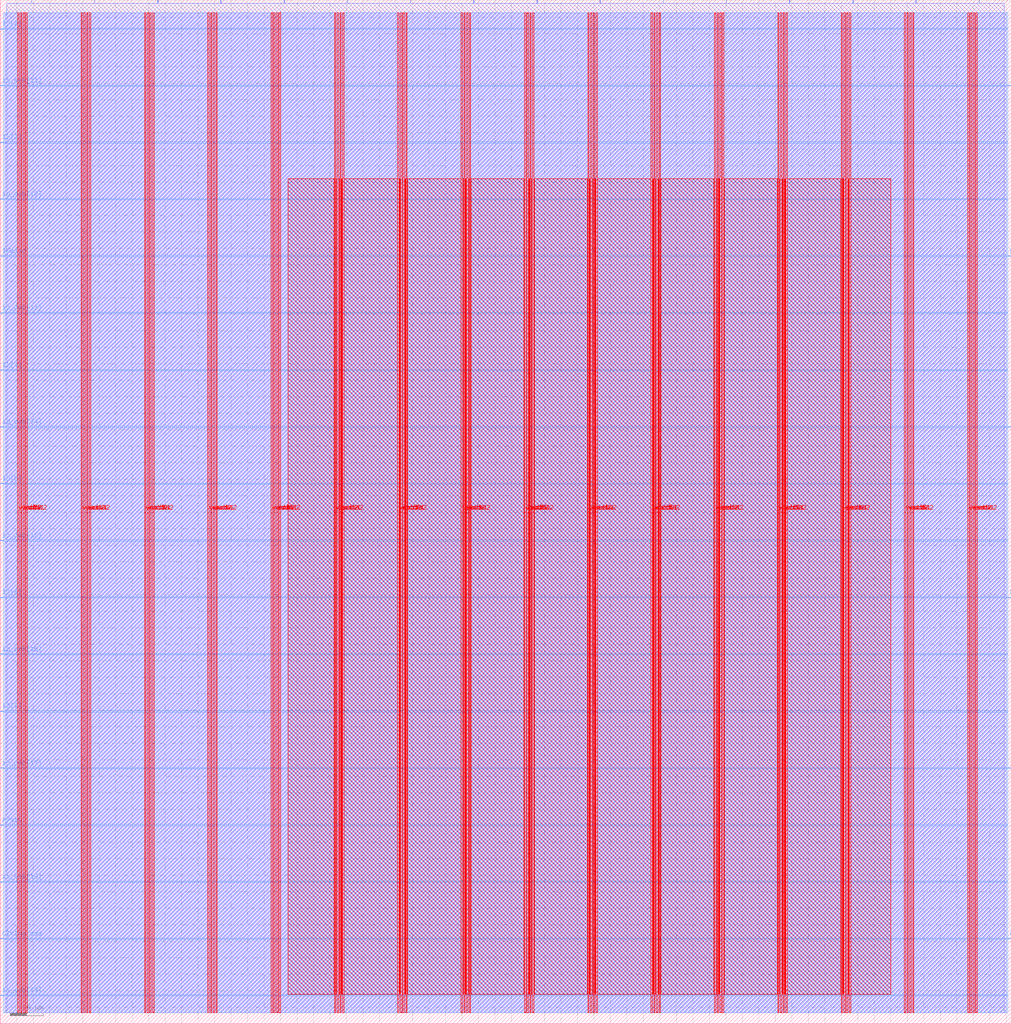
<source format=lef>
VERSION 5.7 ;
  NOWIREEXTENSIONATPIN ON ;
  DIVIDERCHAR "/" ;
  BUSBITCHARS "[]" ;
MACRO stc0_core
  CLASS BLOCK ;
  FOREIGN stc0_core ;
  ORIGIN 0.000 0.000 ;
  SIZE 1226.015 BY 1241.135 ;
  PIN ARstb
    DIRECTION INPUT ;
    USE SIGNAL ;
    PORT
      LAYER met3 ;
        RECT 0.000 240.570 4.000 241.170 ;
    END
  END ARstb
  PIN ClkIngress
    DIRECTION INPUT ;
    USE SIGNAL ;
    PORT
      LAYER met3 ;
        RECT 0.000 102.930 4.000 103.530 ;
    END
  END ClkIngress
  PIN ED[0]
    DIRECTION OUTPUT TRISTATE ;
    USE SIGNAL ;
    PORT
      LAYER met3 ;
        RECT 1222.015 930.250 1226.015 930.850 ;
    END
  END ED[0]
  PIN ED[1]
    DIRECTION OUTPUT TRISTATE ;
    USE SIGNAL ;
    PORT
      LAYER met3 ;
        RECT 1222.015 516.590 1226.015 517.190 ;
    END
  END ED[1]
  PIN ED[2]
    DIRECTION OUTPUT TRISTATE ;
    USE SIGNAL ;
    PORT
      LAYER met3 ;
        RECT 1222.015 102.930 1226.015 103.530 ;
    END
  END ED[2]
  PIN ED[3]
    DIRECTION OUTPUT TRISTATE ;
    USE SIGNAL ;
    PORT
      LAYER met2 ;
        RECT 1110.340 1237.135 1110.620 1241.135 ;
    END
  END ED[3]
  PIN ED[4]
    DIRECTION OUTPUT TRISTATE ;
    USE SIGNAL ;
    PORT
      LAYER met2 ;
        RECT 804.100 1237.135 804.380 1241.135 ;
    END
  END ED[4]
  PIN ED[5]
    DIRECTION OUTPUT TRISTATE ;
    USE SIGNAL ;
    PORT
      LAYER met2 ;
        RECT 650.980 1237.135 651.260 1241.135 ;
    END
  END ED[5]
  PIN ED[6]
    DIRECTION OUTPUT TRISTATE ;
    USE SIGNAL ;
    PORT
      LAYER met2 ;
        RECT 497.380 1237.135 497.660 1241.135 ;
    END
  END ED[6]
  PIN ED[7]
    DIRECTION OUTPUT TRISTATE ;
    USE SIGNAL ;
    PORT
      LAYER met2 ;
        RECT 344.260 1237.135 344.540 1241.135 ;
    END
  END ED[7]
  PIN EValid
    DIRECTION OUTPUT TRISTATE ;
    USE SIGNAL ;
    PORT
      LAYER met2 ;
        RECT 957.220 1237.135 957.500 1241.135 ;
    END
  END EValid
  PIN ID[0]
    DIRECTION INPUT ;
    USE SIGNAL ;
    PORT
      LAYER met2 ;
        RECT 191.140 1237.135 191.420 1241.135 ;
    END
  END ID[0]
  PIN ID[1]
    DIRECTION INPUT ;
    USE SIGNAL ;
    PORT
      LAYER met2 ;
        RECT 38.020 1237.135 38.300 1241.135 ;
    END
  END ID[1]
  PIN ID[2]
    DIRECTION INPUT ;
    USE SIGNAL ;
    PORT
      LAYER met3 ;
        RECT 0.000 1205.530 4.000 1206.130 ;
    END
  END ID[2]
  PIN ID[3]
    DIRECTION INPUT ;
    USE SIGNAL ;
    PORT
      LAYER met3 ;
        RECT 0.000 1067.890 4.000 1068.490 ;
    END
  END ID[3]
  PIN ID[4]
    DIRECTION INPUT ;
    USE SIGNAL ;
    PORT
      LAYER met3 ;
        RECT 0.000 791.870 4.000 792.470 ;
    END
  END ID[4]
  PIN ID[5]
    DIRECTION INPUT ;
    USE SIGNAL ;
    PORT
      LAYER met3 ;
        RECT 0.000 654.230 4.000 654.830 ;
    END
  END ID[5]
  PIN ID[6]
    DIRECTION INPUT ;
    USE SIGNAL ;
    PORT
      LAYER met3 ;
        RECT 0.000 516.590 4.000 517.190 ;
    END
  END ID[6]
  PIN ID[7]
    DIRECTION INPUT ;
    USE SIGNAL ;
    PORT
      LAYER met3 ;
        RECT 0.000 378.210 4.000 378.810 ;
    END
  END ID[7]
  PIN IValid
    DIRECTION INPUT ;
    USE SIGNAL ;
    PORT
      LAYER met3 ;
        RECT 0.000 930.250 4.000 930.850 ;
    END
  END IValid
  PIN io_oeb[0]
    DIRECTION OUTPUT TRISTATE ;
    USE SIGNAL ;
    PORT
      LAYER met3 ;
        RECT 1222.015 1136.710 1226.015 1137.310 ;
    END
  END io_oeb[0]
  PIN io_oeb[10]
    DIRECTION OUTPUT TRISTATE ;
    USE SIGNAL ;
    PORT
      LAYER met2 ;
        RECT 114.340 1237.135 114.620 1241.135 ;
    END
  END io_oeb[10]
  PIN io_oeb[11]
    DIRECTION OUTPUT TRISTATE ;
    USE SIGNAL ;
    PORT
      LAYER met3 ;
        RECT 0.000 1136.710 4.000 1137.310 ;
    END
  END io_oeb[11]
  PIN io_oeb[12]
    DIRECTION OUTPUT TRISTATE ;
    USE SIGNAL ;
    PORT
      LAYER met3 ;
        RECT 0.000 999.070 4.000 999.670 ;
    END
  END io_oeb[12]
  PIN io_oeb[13]
    DIRECTION OUTPUT TRISTATE ;
    USE SIGNAL ;
    PORT
      LAYER met3 ;
        RECT 0.000 861.430 4.000 862.030 ;
    END
  END io_oeb[13]
  PIN io_oeb[14]
    DIRECTION OUTPUT TRISTATE ;
    USE SIGNAL ;
    PORT
      LAYER met3 ;
        RECT 0.000 723.050 4.000 723.650 ;
    END
  END io_oeb[14]
  PIN io_oeb[15]
    DIRECTION OUTPUT TRISTATE ;
    USE SIGNAL ;
    PORT
      LAYER met3 ;
        RECT 0.000 585.410 4.000 586.010 ;
    END
  END io_oeb[15]
  PIN io_oeb[16]
    DIRECTION OUTPUT TRISTATE ;
    USE SIGNAL ;
    PORT
      LAYER met3 ;
        RECT 0.000 447.770 4.000 448.370 ;
    END
  END io_oeb[16]
  PIN io_oeb[17]
    DIRECTION OUTPUT TRISTATE ;
    USE SIGNAL ;
    PORT
      LAYER met3 ;
        RECT 0.000 309.390 4.000 309.990 ;
    END
  END io_oeb[17]
  PIN io_oeb[18]
    DIRECTION OUTPUT TRISTATE ;
    USE SIGNAL ;
    PORT
      LAYER met3 ;
        RECT 0.000 171.750 4.000 172.350 ;
    END
  END io_oeb[18]
  PIN io_oeb[19]
    DIRECTION OUTPUT TRISTATE ;
    USE SIGNAL ;
    PORT
      LAYER met3 ;
        RECT 0.000 34.110 4.000 34.710 ;
    END
  END io_oeb[19]
  PIN io_oeb[1]
    DIRECTION OUTPUT TRISTATE ;
    USE SIGNAL ;
    PORT
      LAYER met3 ;
        RECT 1222.015 723.050 1226.015 723.650 ;
    END
  END io_oeb[1]
  PIN io_oeb[2]
    DIRECTION OUTPUT TRISTATE ;
    USE SIGNAL ;
    PORT
      LAYER met3 ;
        RECT 1222.015 309.390 1226.015 309.990 ;
    END
  END io_oeb[2]
  PIN io_oeb[3]
    DIRECTION OUTPUT TRISTATE ;
    USE SIGNAL ;
    PORT
      LAYER met2 ;
        RECT 1187.140 1237.135 1187.420 1241.135 ;
    END
  END io_oeb[3]
  PIN io_oeb[4]
    DIRECTION OUTPUT TRISTATE ;
    USE SIGNAL ;
    PORT
      LAYER met2 ;
        RECT 1034.020 1237.135 1034.300 1241.135 ;
    END
  END io_oeb[4]
  PIN io_oeb[5]
    DIRECTION OUTPUT TRISTATE ;
    USE SIGNAL ;
    PORT
      LAYER met2 ;
        RECT 880.420 1237.135 880.700 1241.135 ;
    END
  END io_oeb[5]
  PIN io_oeb[6]
    DIRECTION OUTPUT TRISTATE ;
    USE SIGNAL ;
    PORT
      LAYER met2 ;
        RECT 727.300 1237.135 727.580 1241.135 ;
    END
  END io_oeb[6]
  PIN io_oeb[7]
    DIRECTION OUTPUT TRISTATE ;
    USE SIGNAL ;
    PORT
      LAYER met2 ;
        RECT 574.180 1237.135 574.460 1241.135 ;
    END
  END io_oeb[7]
  PIN io_oeb[8]
    DIRECTION OUTPUT TRISTATE ;
    USE SIGNAL ;
    PORT
      LAYER met2 ;
        RECT 421.060 1237.135 421.340 1241.135 ;
    END
  END io_oeb[8]
  PIN io_oeb[9]
    DIRECTION OUTPUT TRISTATE ;
    USE SIGNAL ;
    PORT
      LAYER met2 ;
        RECT 267.460 1237.135 267.740 1241.135 ;
    END
  END io_oeb[9]
  PIN vccd1
    DIRECTION INOUT ;
    USE POWER ;
    PORT
      LAYER met4 ;
        RECT 1096.480 13.080 1098.080 1225.680 ;
    END
  END vccd1
  PIN vccd1
    DIRECTION INOUT ;
    USE POWER ;
    PORT
      LAYER met4 ;
        RECT 942.880 13.080 944.480 1225.680 ;
    END
  END vccd1
  PIN vccd1
    DIRECTION INOUT ;
    USE POWER ;
    PORT
      LAYER met4 ;
        RECT 789.280 13.080 790.880 1225.680 ;
    END
  END vccd1
  PIN vccd1
    DIRECTION INOUT ;
    USE POWER ;
    PORT
      LAYER met4 ;
        RECT 635.680 13.080 637.280 1225.680 ;
    END
  END vccd1
  PIN vccd1
    DIRECTION INOUT ;
    USE POWER ;
    PORT
      LAYER met4 ;
        RECT 482.080 13.080 483.680 1225.680 ;
    END
  END vccd1
  PIN vccd1
    DIRECTION INOUT ;
    USE POWER ;
    PORT
      LAYER met4 ;
        RECT 328.480 13.080 330.080 1225.680 ;
    END
  END vccd1
  PIN vccd1
    DIRECTION INOUT ;
    USE POWER ;
    PORT
      LAYER met4 ;
        RECT 174.880 13.080 176.480 1225.680 ;
    END
  END vccd1
  PIN vccd1
    DIRECTION INOUT ;
    USE POWER ;
    PORT
      LAYER met4 ;
        RECT 21.280 13.080 22.880 1225.680 ;
    END
  END vccd1
  PIN vssd1
    DIRECTION INOUT ;
    USE GROUND ;
    PORT
      LAYER met4 ;
        RECT 1173.280 13.080 1174.880 1225.680 ;
    END
  END vssd1
  PIN vssd1
    DIRECTION INOUT ;
    USE GROUND ;
    PORT
      LAYER met4 ;
        RECT 1019.680 13.080 1021.280 1225.680 ;
    END
  END vssd1
  PIN vssd1
    DIRECTION INOUT ;
    USE GROUND ;
    PORT
      LAYER met4 ;
        RECT 866.080 13.080 867.680 1225.680 ;
    END
  END vssd1
  PIN vssd1
    DIRECTION INOUT ;
    USE GROUND ;
    PORT
      LAYER met4 ;
        RECT 712.480 13.080 714.080 1225.680 ;
    END
  END vssd1
  PIN vssd1
    DIRECTION INOUT ;
    USE GROUND ;
    PORT
      LAYER met4 ;
        RECT 558.880 13.080 560.480 1225.680 ;
    END
  END vssd1
  PIN vssd1
    DIRECTION INOUT ;
    USE GROUND ;
    PORT
      LAYER met4 ;
        RECT 405.280 13.080 406.880 1225.680 ;
    END
  END vssd1
  PIN vssd1
    DIRECTION INOUT ;
    USE GROUND ;
    PORT
      LAYER met4 ;
        RECT 251.680 13.080 253.280 1225.680 ;
    END
  END vssd1
  PIN vssd1
    DIRECTION INOUT ;
    USE GROUND ;
    PORT
      LAYER met4 ;
        RECT 98.080 13.080 99.680 1225.680 ;
    END
  END vssd1
  PIN vccd2
    DIRECTION INOUT ;
    USE POWER ;
    PORT
      LAYER met4 ;
        RECT 1099.780 13.320 1101.380 1225.440 ;
    END
  END vccd2
  PIN vccd2
    DIRECTION INOUT ;
    USE POWER ;
    PORT
      LAYER met4 ;
        RECT 946.180 13.320 947.780 1225.440 ;
    END
  END vccd2
  PIN vccd2
    DIRECTION INOUT ;
    USE POWER ;
    PORT
      LAYER met4 ;
        RECT 792.580 13.320 794.180 1225.440 ;
    END
  END vccd2
  PIN vccd2
    DIRECTION INOUT ;
    USE POWER ;
    PORT
      LAYER met4 ;
        RECT 638.980 13.320 640.580 1225.440 ;
    END
  END vccd2
  PIN vccd2
    DIRECTION INOUT ;
    USE POWER ;
    PORT
      LAYER met4 ;
        RECT 485.380 13.320 486.980 1225.440 ;
    END
  END vccd2
  PIN vccd2
    DIRECTION INOUT ;
    USE POWER ;
    PORT
      LAYER met4 ;
        RECT 331.780 13.320 333.380 1225.440 ;
    END
  END vccd2
  PIN vccd2
    DIRECTION INOUT ;
    USE POWER ;
    PORT
      LAYER met4 ;
        RECT 178.180 13.320 179.780 1225.440 ;
    END
  END vccd2
  PIN vccd2
    DIRECTION INOUT ;
    USE POWER ;
    PORT
      LAYER met4 ;
        RECT 24.580 13.320 26.180 1225.440 ;
    END
  END vccd2
  PIN vssd2
    DIRECTION INOUT ;
    USE GROUND ;
    PORT
      LAYER met4 ;
        RECT 1176.580 13.320 1178.180 1225.440 ;
    END
  END vssd2
  PIN vssd2
    DIRECTION INOUT ;
    USE GROUND ;
    PORT
      LAYER met4 ;
        RECT 1022.980 13.320 1024.580 1225.440 ;
    END
  END vssd2
  PIN vssd2
    DIRECTION INOUT ;
    USE GROUND ;
    PORT
      LAYER met4 ;
        RECT 869.380 13.320 870.980 1225.440 ;
    END
  END vssd2
  PIN vssd2
    DIRECTION INOUT ;
    USE GROUND ;
    PORT
      LAYER met4 ;
        RECT 715.780 13.320 717.380 1225.440 ;
    END
  END vssd2
  PIN vssd2
    DIRECTION INOUT ;
    USE GROUND ;
    PORT
      LAYER met4 ;
        RECT 562.180 13.320 563.780 1225.440 ;
    END
  END vssd2
  PIN vssd2
    DIRECTION INOUT ;
    USE GROUND ;
    PORT
      LAYER met4 ;
        RECT 408.580 13.320 410.180 1225.440 ;
    END
  END vssd2
  PIN vssd2
    DIRECTION INOUT ;
    USE GROUND ;
    PORT
      LAYER met4 ;
        RECT 254.980 13.320 256.580 1225.440 ;
    END
  END vssd2
  PIN vssd2
    DIRECTION INOUT ;
    USE GROUND ;
    PORT
      LAYER met4 ;
        RECT 101.380 13.320 102.980 1225.440 ;
    END
  END vssd2
  PIN vdda1
    DIRECTION INOUT ;
    USE POWER ;
    PORT
      LAYER met4 ;
        RECT 1103.080 13.320 1104.680 1225.440 ;
    END
  END vdda1
  PIN vdda1
    DIRECTION INOUT ;
    USE POWER ;
    PORT
      LAYER met4 ;
        RECT 949.480 13.320 951.080 1225.440 ;
    END
  END vdda1
  PIN vdda1
    DIRECTION INOUT ;
    USE POWER ;
    PORT
      LAYER met4 ;
        RECT 795.880 13.320 797.480 1225.440 ;
    END
  END vdda1
  PIN vdda1
    DIRECTION INOUT ;
    USE POWER ;
    PORT
      LAYER met4 ;
        RECT 642.280 13.320 643.880 1225.440 ;
    END
  END vdda1
  PIN vdda1
    DIRECTION INOUT ;
    USE POWER ;
    PORT
      LAYER met4 ;
        RECT 488.680 13.320 490.280 1225.440 ;
    END
  END vdda1
  PIN vdda1
    DIRECTION INOUT ;
    USE POWER ;
    PORT
      LAYER met4 ;
        RECT 335.080 13.320 336.680 1225.440 ;
    END
  END vdda1
  PIN vdda1
    DIRECTION INOUT ;
    USE POWER ;
    PORT
      LAYER met4 ;
        RECT 181.480 13.320 183.080 1225.440 ;
    END
  END vdda1
  PIN vdda1
    DIRECTION INOUT ;
    USE POWER ;
    PORT
      LAYER met4 ;
        RECT 27.880 13.320 29.480 1225.440 ;
    END
  END vdda1
  PIN vssa1
    DIRECTION INOUT ;
    USE GROUND ;
    PORT
      LAYER met4 ;
        RECT 1179.880 13.320 1181.480 1225.440 ;
    END
  END vssa1
  PIN vssa1
    DIRECTION INOUT ;
    USE GROUND ;
    PORT
      LAYER met4 ;
        RECT 1026.280 13.320 1027.880 1225.440 ;
    END
  END vssa1
  PIN vssa1
    DIRECTION INOUT ;
    USE GROUND ;
    PORT
      LAYER met4 ;
        RECT 872.680 13.320 874.280 1225.440 ;
    END
  END vssa1
  PIN vssa1
    DIRECTION INOUT ;
    USE GROUND ;
    PORT
      LAYER met4 ;
        RECT 719.080 13.320 720.680 1225.440 ;
    END
  END vssa1
  PIN vssa1
    DIRECTION INOUT ;
    USE GROUND ;
    PORT
      LAYER met4 ;
        RECT 565.480 13.320 567.080 1225.440 ;
    END
  END vssa1
  PIN vssa1
    DIRECTION INOUT ;
    USE GROUND ;
    PORT
      LAYER met4 ;
        RECT 411.880 13.320 413.480 1225.440 ;
    END
  END vssa1
  PIN vssa1
    DIRECTION INOUT ;
    USE GROUND ;
    PORT
      LAYER met4 ;
        RECT 258.280 13.320 259.880 1225.440 ;
    END
  END vssa1
  PIN vssa1
    DIRECTION INOUT ;
    USE GROUND ;
    PORT
      LAYER met4 ;
        RECT 104.680 13.320 106.280 1225.440 ;
    END
  END vssa1
  PIN vdda2
    DIRECTION INOUT ;
    USE POWER ;
    PORT
      LAYER met4 ;
        RECT 1106.380 13.320 1107.980 1225.440 ;
    END
  END vdda2
  PIN vdda2
    DIRECTION INOUT ;
    USE POWER ;
    PORT
      LAYER met4 ;
        RECT 952.780 13.320 954.380 1225.440 ;
    END
  END vdda2
  PIN vdda2
    DIRECTION INOUT ;
    USE POWER ;
    PORT
      LAYER met4 ;
        RECT 799.180 13.320 800.780 1225.440 ;
    END
  END vdda2
  PIN vdda2
    DIRECTION INOUT ;
    USE POWER ;
    PORT
      LAYER met4 ;
        RECT 645.580 13.320 647.180 1225.440 ;
    END
  END vdda2
  PIN vdda2
    DIRECTION INOUT ;
    USE POWER ;
    PORT
      LAYER met4 ;
        RECT 491.980 13.320 493.580 1225.440 ;
    END
  END vdda2
  PIN vdda2
    DIRECTION INOUT ;
    USE POWER ;
    PORT
      LAYER met4 ;
        RECT 338.380 13.320 339.980 1225.440 ;
    END
  END vdda2
  PIN vdda2
    DIRECTION INOUT ;
    USE POWER ;
    PORT
      LAYER met4 ;
        RECT 184.780 13.320 186.380 1225.440 ;
    END
  END vdda2
  PIN vdda2
    DIRECTION INOUT ;
    USE POWER ;
    PORT
      LAYER met4 ;
        RECT 31.180 13.320 32.780 1225.440 ;
    END
  END vdda2
  PIN vssa2
    DIRECTION INOUT ;
    USE GROUND ;
    PORT
      LAYER met4 ;
        RECT 1183.180 13.320 1184.780 1225.440 ;
    END
  END vssa2
  PIN vssa2
    DIRECTION INOUT ;
    USE GROUND ;
    PORT
      LAYER met4 ;
        RECT 1029.580 13.320 1031.180 1225.440 ;
    END
  END vssa2
  PIN vssa2
    DIRECTION INOUT ;
    USE GROUND ;
    PORT
      LAYER met4 ;
        RECT 875.980 13.320 877.580 1225.440 ;
    END
  END vssa2
  PIN vssa2
    DIRECTION INOUT ;
    USE GROUND ;
    PORT
      LAYER met4 ;
        RECT 722.380 13.320 723.980 1225.440 ;
    END
  END vssa2
  PIN vssa2
    DIRECTION INOUT ;
    USE GROUND ;
    PORT
      LAYER met4 ;
        RECT 568.780 13.320 570.380 1225.440 ;
    END
  END vssa2
  PIN vssa2
    DIRECTION INOUT ;
    USE GROUND ;
    PORT
      LAYER met4 ;
        RECT 415.180 13.320 416.780 1225.440 ;
    END
  END vssa2
  PIN vssa2
    DIRECTION INOUT ;
    USE GROUND ;
    PORT
      LAYER met4 ;
        RECT 261.580 13.320 263.180 1225.440 ;
    END
  END vssa2
  PIN vssa2
    DIRECTION INOUT ;
    USE GROUND ;
    PORT
      LAYER met4 ;
        RECT 107.980 13.320 109.580 1225.440 ;
    END
  END vssa2
  OBS
      LAYER li1 ;
        RECT 5.760 13.235 1220.160 1225.525 ;
      LAYER met1 ;
        RECT 5.760 13.075 1220.160 1225.685 ;
      LAYER met2 ;
        RECT 7.780 1236.855 37.740 1237.135 ;
        RECT 38.580 1236.855 114.060 1237.135 ;
        RECT 114.900 1236.855 190.860 1237.135 ;
        RECT 191.700 1236.855 267.180 1237.135 ;
        RECT 268.020 1236.855 343.980 1237.135 ;
        RECT 344.820 1236.855 420.780 1237.135 ;
        RECT 421.620 1236.855 497.100 1237.135 ;
        RECT 497.940 1236.855 573.900 1237.135 ;
        RECT 574.740 1236.855 650.700 1237.135 ;
        RECT 651.540 1236.855 727.020 1237.135 ;
        RECT 727.860 1236.855 803.820 1237.135 ;
        RECT 804.660 1236.855 880.140 1237.135 ;
        RECT 880.980 1236.855 956.940 1237.135 ;
        RECT 957.780 1236.855 1033.740 1237.135 ;
        RECT 1034.580 1236.855 1110.060 1237.135 ;
        RECT 1110.900 1236.855 1186.860 1237.135 ;
        RECT 1187.700 1236.855 1217.650 1237.135 ;
        RECT 7.780 13.080 1217.650 1236.855 ;
      LAYER met3 ;
        RECT 4.000 1206.530 1222.015 1225.605 ;
        RECT 4.400 1205.130 1222.015 1206.530 ;
        RECT 4.000 1137.710 1222.015 1205.130 ;
        RECT 4.400 1136.310 1221.615 1137.710 ;
        RECT 4.000 1068.890 1222.015 1136.310 ;
        RECT 4.400 1067.490 1222.015 1068.890 ;
        RECT 4.000 1000.070 1222.015 1067.490 ;
        RECT 4.400 998.670 1222.015 1000.070 ;
        RECT 4.000 931.250 1222.015 998.670 ;
        RECT 4.400 929.850 1221.615 931.250 ;
        RECT 4.000 862.430 1222.015 929.850 ;
        RECT 4.400 861.030 1222.015 862.430 ;
        RECT 4.000 792.870 1222.015 861.030 ;
        RECT 4.400 791.470 1222.015 792.870 ;
        RECT 4.000 724.050 1222.015 791.470 ;
        RECT 4.400 722.650 1221.615 724.050 ;
        RECT 4.000 655.230 1222.015 722.650 ;
        RECT 4.400 653.830 1222.015 655.230 ;
        RECT 4.000 586.410 1222.015 653.830 ;
        RECT 4.400 585.010 1222.015 586.410 ;
        RECT 4.000 517.590 1222.015 585.010 ;
        RECT 4.400 516.190 1221.615 517.590 ;
        RECT 4.000 448.770 1222.015 516.190 ;
        RECT 4.400 447.370 1222.015 448.770 ;
        RECT 4.000 379.210 1222.015 447.370 ;
        RECT 4.400 377.810 1222.015 379.210 ;
        RECT 4.000 310.390 1222.015 377.810 ;
        RECT 4.400 308.990 1221.615 310.390 ;
        RECT 4.000 241.570 1222.015 308.990 ;
        RECT 4.400 240.170 1222.015 241.570 ;
        RECT 4.000 172.750 1222.015 240.170 ;
        RECT 4.400 171.350 1222.015 172.750 ;
        RECT 4.000 103.930 1222.015 171.350 ;
        RECT 4.400 102.530 1221.615 103.930 ;
        RECT 4.000 35.110 1222.015 102.530 ;
        RECT 4.400 33.710 1222.015 35.110 ;
        RECT 4.000 13.155 1222.015 33.710 ;
      LAYER met4 ;
        RECT 348.795 35.725 404.880 1023.955 ;
        RECT 407.280 35.725 408.180 1023.955 ;
        RECT 410.580 35.725 411.480 1023.955 ;
        RECT 413.880 35.725 414.780 1023.955 ;
        RECT 417.180 35.725 481.680 1023.955 ;
        RECT 484.080 35.725 484.980 1023.955 ;
        RECT 487.380 35.725 488.280 1023.955 ;
        RECT 490.680 35.725 491.580 1023.955 ;
        RECT 493.980 35.725 558.480 1023.955 ;
        RECT 560.880 35.725 561.780 1023.955 ;
        RECT 564.180 35.725 565.080 1023.955 ;
        RECT 567.480 35.725 568.380 1023.955 ;
        RECT 570.780 35.725 635.280 1023.955 ;
        RECT 637.680 35.725 638.580 1023.955 ;
        RECT 640.980 35.725 641.880 1023.955 ;
        RECT 644.280 35.725 645.180 1023.955 ;
        RECT 647.580 35.725 712.080 1023.955 ;
        RECT 714.480 35.725 715.380 1023.955 ;
        RECT 717.780 35.725 718.680 1023.955 ;
        RECT 721.080 35.725 721.980 1023.955 ;
        RECT 724.380 35.725 788.880 1023.955 ;
        RECT 791.280 35.725 792.180 1023.955 ;
        RECT 794.580 35.725 795.480 1023.955 ;
        RECT 797.880 35.725 798.780 1023.955 ;
        RECT 801.180 35.725 865.680 1023.955 ;
        RECT 868.080 35.725 868.980 1023.955 ;
        RECT 871.380 35.725 872.280 1023.955 ;
        RECT 874.680 35.725 875.580 1023.955 ;
        RECT 877.980 35.725 942.480 1023.955 ;
        RECT 944.880 35.725 945.780 1023.955 ;
        RECT 948.180 35.725 949.080 1023.955 ;
        RECT 951.480 35.725 952.380 1023.955 ;
        RECT 954.780 35.725 1019.280 1023.955 ;
        RECT 1021.680 35.725 1022.580 1023.955 ;
        RECT 1024.980 35.725 1025.880 1023.955 ;
        RECT 1028.280 35.725 1029.180 1023.955 ;
        RECT 1031.580 35.725 1079.685 1023.955 ;
  END
END stc0_core
END LIBRARY


</source>
